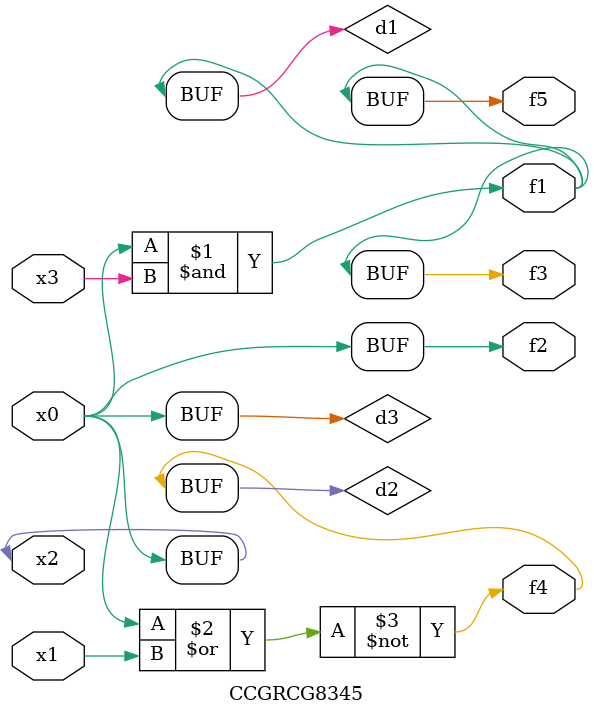
<source format=v>
module CCGRCG8345(
	input x0, x1, x2, x3,
	output f1, f2, f3, f4, f5
);

	wire d1, d2, d3;

	and (d1, x2, x3);
	nor (d2, x0, x1);
	buf (d3, x0, x2);
	assign f1 = d1;
	assign f2 = d3;
	assign f3 = d1;
	assign f4 = d2;
	assign f5 = d1;
endmodule

</source>
